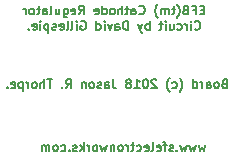
<source format=gbr>
G04 #@! TF.FileFunction,Legend,Bot*
%FSLAX46Y46*%
G04 Gerber Fmt 4.6, Leading zero omitted, Abs format (unit mm)*
G04 Created by KiCad (PCBNEW 4.0.7) date Monday, August 20, 2018 'AMt' 09:41:37 AM*
%MOMM*%
%LPD*%
G01*
G04 APERTURE LIST*
%ADD10C,0.100000*%
%ADD11C,0.187500*%
G04 APERTURE END LIST*
D10*
D11*
X162412284Y-92549286D02*
X162269427Y-93049286D01*
X162126570Y-92692143D01*
X161983713Y-93049286D01*
X161840856Y-92549286D01*
X161626570Y-92549286D02*
X161483713Y-93049286D01*
X161340856Y-92692143D01*
X161197999Y-93049286D01*
X161055142Y-92549286D01*
X160840856Y-92549286D02*
X160697999Y-93049286D01*
X160555142Y-92692143D01*
X160412285Y-93049286D01*
X160269428Y-92549286D01*
X159983714Y-92977857D02*
X159947999Y-93013571D01*
X159983714Y-93049286D01*
X160019428Y-93013571D01*
X159983714Y-92977857D01*
X159983714Y-93049286D01*
X159662285Y-93013571D02*
X159590856Y-93049286D01*
X159447999Y-93049286D01*
X159376571Y-93013571D01*
X159340856Y-92942143D01*
X159340856Y-92906429D01*
X159376571Y-92835000D01*
X159447999Y-92799286D01*
X159555142Y-92799286D01*
X159626571Y-92763571D01*
X159662285Y-92692143D01*
X159662285Y-92656429D01*
X159626571Y-92585000D01*
X159555142Y-92549286D01*
X159447999Y-92549286D01*
X159376571Y-92585000D01*
X159126570Y-92549286D02*
X158840856Y-92549286D01*
X159019428Y-93049286D02*
X159019428Y-92406429D01*
X158983713Y-92335000D01*
X158912285Y-92299286D01*
X158840856Y-92299286D01*
X158305142Y-93013571D02*
X158376571Y-93049286D01*
X158519428Y-93049286D01*
X158590857Y-93013571D01*
X158626571Y-92942143D01*
X158626571Y-92656429D01*
X158590857Y-92585000D01*
X158519428Y-92549286D01*
X158376571Y-92549286D01*
X158305142Y-92585000D01*
X158269428Y-92656429D01*
X158269428Y-92727857D01*
X158626571Y-92799286D01*
X157840857Y-93049286D02*
X157912285Y-93013571D01*
X157948000Y-92942143D01*
X157948000Y-92299286D01*
X157269428Y-93013571D02*
X157340857Y-93049286D01*
X157483714Y-93049286D01*
X157555143Y-93013571D01*
X157590857Y-92942143D01*
X157590857Y-92656429D01*
X157555143Y-92585000D01*
X157483714Y-92549286D01*
X157340857Y-92549286D01*
X157269428Y-92585000D01*
X157233714Y-92656429D01*
X157233714Y-92727857D01*
X157590857Y-92799286D01*
X156590857Y-93013571D02*
X156662286Y-93049286D01*
X156805143Y-93049286D01*
X156876571Y-93013571D01*
X156912286Y-92977857D01*
X156948000Y-92906429D01*
X156948000Y-92692143D01*
X156912286Y-92620714D01*
X156876571Y-92585000D01*
X156805143Y-92549286D01*
X156662286Y-92549286D01*
X156590857Y-92585000D01*
X156376571Y-92549286D02*
X156090857Y-92549286D01*
X156269429Y-92299286D02*
X156269429Y-92942143D01*
X156233714Y-93013571D01*
X156162286Y-93049286D01*
X156090857Y-93049286D01*
X155840858Y-93049286D02*
X155840858Y-92549286D01*
X155840858Y-92692143D02*
X155805143Y-92620714D01*
X155769429Y-92585000D01*
X155698000Y-92549286D01*
X155626572Y-92549286D01*
X155269429Y-93049286D02*
X155340857Y-93013571D01*
X155376572Y-92977857D01*
X155412286Y-92906429D01*
X155412286Y-92692143D01*
X155376572Y-92620714D01*
X155340857Y-92585000D01*
X155269429Y-92549286D01*
X155162286Y-92549286D01*
X155090857Y-92585000D01*
X155055143Y-92620714D01*
X155019429Y-92692143D01*
X155019429Y-92906429D01*
X155055143Y-92977857D01*
X155090857Y-93013571D01*
X155162286Y-93049286D01*
X155269429Y-93049286D01*
X154698001Y-92549286D02*
X154698001Y-93049286D01*
X154698001Y-92620714D02*
X154662286Y-92585000D01*
X154590858Y-92549286D01*
X154483715Y-92549286D01*
X154412286Y-92585000D01*
X154376572Y-92656429D01*
X154376572Y-93049286D01*
X154090858Y-92549286D02*
X153948001Y-93049286D01*
X153805144Y-92692143D01*
X153662287Y-93049286D01*
X153519430Y-92549286D01*
X153126573Y-93049286D02*
X153198001Y-93013571D01*
X153233716Y-92977857D01*
X153269430Y-92906429D01*
X153269430Y-92692143D01*
X153233716Y-92620714D01*
X153198001Y-92585000D01*
X153126573Y-92549286D01*
X153019430Y-92549286D01*
X152948001Y-92585000D01*
X152912287Y-92620714D01*
X152876573Y-92692143D01*
X152876573Y-92906429D01*
X152912287Y-92977857D01*
X152948001Y-93013571D01*
X153019430Y-93049286D01*
X153126573Y-93049286D01*
X152555145Y-93049286D02*
X152555145Y-92549286D01*
X152555145Y-92692143D02*
X152519430Y-92620714D01*
X152483716Y-92585000D01*
X152412287Y-92549286D01*
X152340859Y-92549286D01*
X152090859Y-93049286D02*
X152090859Y-92299286D01*
X152019430Y-92763571D02*
X151805144Y-93049286D01*
X151805144Y-92549286D02*
X152090859Y-92835000D01*
X151519430Y-93013571D02*
X151448001Y-93049286D01*
X151305144Y-93049286D01*
X151233716Y-93013571D01*
X151198001Y-92942143D01*
X151198001Y-92906429D01*
X151233716Y-92835000D01*
X151305144Y-92799286D01*
X151412287Y-92799286D01*
X151483716Y-92763571D01*
X151519430Y-92692143D01*
X151519430Y-92656429D01*
X151483716Y-92585000D01*
X151412287Y-92549286D01*
X151305144Y-92549286D01*
X151233716Y-92585000D01*
X150876573Y-92977857D02*
X150840858Y-93013571D01*
X150876573Y-93049286D01*
X150912287Y-93013571D01*
X150876573Y-92977857D01*
X150876573Y-93049286D01*
X150198001Y-93013571D02*
X150269430Y-93049286D01*
X150412287Y-93049286D01*
X150483715Y-93013571D01*
X150519430Y-92977857D01*
X150555144Y-92906429D01*
X150555144Y-92692143D01*
X150519430Y-92620714D01*
X150483715Y-92585000D01*
X150412287Y-92549286D01*
X150269430Y-92549286D01*
X150198001Y-92585000D01*
X149769430Y-93049286D02*
X149840858Y-93013571D01*
X149876573Y-92977857D01*
X149912287Y-92906429D01*
X149912287Y-92692143D01*
X149876573Y-92620714D01*
X149840858Y-92585000D01*
X149769430Y-92549286D01*
X149662287Y-92549286D01*
X149590858Y-92585000D01*
X149555144Y-92620714D01*
X149519430Y-92692143D01*
X149519430Y-92906429D01*
X149555144Y-92977857D01*
X149590858Y-93013571D01*
X149662287Y-93049286D01*
X149769430Y-93049286D01*
X149198002Y-93049286D02*
X149198002Y-92549286D01*
X149198002Y-92620714D02*
X149162287Y-92585000D01*
X149090859Y-92549286D01*
X148983716Y-92549286D01*
X148912287Y-92585000D01*
X148876573Y-92656429D01*
X148876573Y-93049286D01*
X148876573Y-92656429D02*
X148840859Y-92585000D01*
X148769430Y-92549286D01*
X148662287Y-92549286D01*
X148590859Y-92585000D01*
X148555144Y-92656429D01*
X148555144Y-93049286D01*
X164011429Y-87322429D02*
X163904286Y-87358143D01*
X163868571Y-87393857D01*
X163832857Y-87465286D01*
X163832857Y-87572429D01*
X163868571Y-87643857D01*
X163904286Y-87679571D01*
X163975714Y-87715286D01*
X164261429Y-87715286D01*
X164261429Y-86965286D01*
X164011429Y-86965286D01*
X163940000Y-87001000D01*
X163904286Y-87036714D01*
X163868571Y-87108143D01*
X163868571Y-87179571D01*
X163904286Y-87251000D01*
X163940000Y-87286714D01*
X164011429Y-87322429D01*
X164261429Y-87322429D01*
X163404286Y-87715286D02*
X163475714Y-87679571D01*
X163511429Y-87643857D01*
X163547143Y-87572429D01*
X163547143Y-87358143D01*
X163511429Y-87286714D01*
X163475714Y-87251000D01*
X163404286Y-87215286D01*
X163297143Y-87215286D01*
X163225714Y-87251000D01*
X163190000Y-87286714D01*
X163154286Y-87358143D01*
X163154286Y-87572429D01*
X163190000Y-87643857D01*
X163225714Y-87679571D01*
X163297143Y-87715286D01*
X163404286Y-87715286D01*
X162511429Y-87715286D02*
X162511429Y-87322429D01*
X162547143Y-87251000D01*
X162618572Y-87215286D01*
X162761429Y-87215286D01*
X162832858Y-87251000D01*
X162511429Y-87679571D02*
X162582858Y-87715286D01*
X162761429Y-87715286D01*
X162832858Y-87679571D01*
X162868572Y-87608143D01*
X162868572Y-87536714D01*
X162832858Y-87465286D01*
X162761429Y-87429571D01*
X162582858Y-87429571D01*
X162511429Y-87393857D01*
X162154287Y-87715286D02*
X162154287Y-87215286D01*
X162154287Y-87358143D02*
X162118572Y-87286714D01*
X162082858Y-87251000D01*
X162011429Y-87215286D01*
X161940001Y-87215286D01*
X161368572Y-87715286D02*
X161368572Y-86965286D01*
X161368572Y-87679571D02*
X161440001Y-87715286D01*
X161582858Y-87715286D01*
X161654286Y-87679571D01*
X161690001Y-87643857D01*
X161725715Y-87572429D01*
X161725715Y-87358143D01*
X161690001Y-87286714D01*
X161654286Y-87251000D01*
X161582858Y-87215286D01*
X161440001Y-87215286D01*
X161368572Y-87251000D01*
X160225715Y-88001000D02*
X160261429Y-87965286D01*
X160332858Y-87858143D01*
X160368572Y-87786714D01*
X160404286Y-87679571D01*
X160440001Y-87501000D01*
X160440001Y-87358143D01*
X160404286Y-87179571D01*
X160368572Y-87072429D01*
X160332858Y-87001000D01*
X160261429Y-86893857D01*
X160225715Y-86858143D01*
X159618572Y-87679571D02*
X159690001Y-87715286D01*
X159832858Y-87715286D01*
X159904286Y-87679571D01*
X159940001Y-87643857D01*
X159975715Y-87572429D01*
X159975715Y-87358143D01*
X159940001Y-87286714D01*
X159904286Y-87251000D01*
X159832858Y-87215286D01*
X159690001Y-87215286D01*
X159618572Y-87251000D01*
X159368572Y-88001000D02*
X159332858Y-87965286D01*
X159261429Y-87858143D01*
X159225715Y-87786714D01*
X159190001Y-87679571D01*
X159154286Y-87501000D01*
X159154286Y-87358143D01*
X159190001Y-87179571D01*
X159225715Y-87072429D01*
X159261429Y-87001000D01*
X159332858Y-86893857D01*
X159368572Y-86858143D01*
X158261429Y-87036714D02*
X158225715Y-87001000D01*
X158154286Y-86965286D01*
X157975715Y-86965286D01*
X157904286Y-87001000D01*
X157868572Y-87036714D01*
X157832857Y-87108143D01*
X157832857Y-87179571D01*
X157868572Y-87286714D01*
X158297143Y-87715286D01*
X157832857Y-87715286D01*
X157368571Y-86965286D02*
X157297143Y-86965286D01*
X157225714Y-87001000D01*
X157190000Y-87036714D01*
X157154286Y-87108143D01*
X157118571Y-87251000D01*
X157118571Y-87429571D01*
X157154286Y-87572429D01*
X157190000Y-87643857D01*
X157225714Y-87679571D01*
X157297143Y-87715286D01*
X157368571Y-87715286D01*
X157440000Y-87679571D01*
X157475714Y-87643857D01*
X157511429Y-87572429D01*
X157547143Y-87429571D01*
X157547143Y-87251000D01*
X157511429Y-87108143D01*
X157475714Y-87036714D01*
X157440000Y-87001000D01*
X157368571Y-86965286D01*
X156404285Y-87715286D02*
X156832857Y-87715286D01*
X156618571Y-87715286D02*
X156618571Y-86965286D01*
X156690000Y-87072429D01*
X156761428Y-87143857D01*
X156832857Y-87179571D01*
X155975714Y-87286714D02*
X156047142Y-87251000D01*
X156082857Y-87215286D01*
X156118571Y-87143857D01*
X156118571Y-87108143D01*
X156082857Y-87036714D01*
X156047142Y-87001000D01*
X155975714Y-86965286D01*
X155832857Y-86965286D01*
X155761428Y-87001000D01*
X155725714Y-87036714D01*
X155689999Y-87108143D01*
X155689999Y-87143857D01*
X155725714Y-87215286D01*
X155761428Y-87251000D01*
X155832857Y-87286714D01*
X155975714Y-87286714D01*
X156047142Y-87322429D01*
X156082857Y-87358143D01*
X156118571Y-87429571D01*
X156118571Y-87572429D01*
X156082857Y-87643857D01*
X156047142Y-87679571D01*
X155975714Y-87715286D01*
X155832857Y-87715286D01*
X155761428Y-87679571D01*
X155725714Y-87643857D01*
X155689999Y-87572429D01*
X155689999Y-87429571D01*
X155725714Y-87358143D01*
X155761428Y-87322429D01*
X155832857Y-87286714D01*
X154582856Y-86965286D02*
X154582856Y-87501000D01*
X154618570Y-87608143D01*
X154689999Y-87679571D01*
X154797142Y-87715286D01*
X154868570Y-87715286D01*
X153904284Y-87715286D02*
X153904284Y-87322429D01*
X153939998Y-87251000D01*
X154011427Y-87215286D01*
X154154284Y-87215286D01*
X154225713Y-87251000D01*
X153904284Y-87679571D02*
X153975713Y-87715286D01*
X154154284Y-87715286D01*
X154225713Y-87679571D01*
X154261427Y-87608143D01*
X154261427Y-87536714D01*
X154225713Y-87465286D01*
X154154284Y-87429571D01*
X153975713Y-87429571D01*
X153904284Y-87393857D01*
X153582856Y-87679571D02*
X153511427Y-87715286D01*
X153368570Y-87715286D01*
X153297142Y-87679571D01*
X153261427Y-87608143D01*
X153261427Y-87572429D01*
X153297142Y-87501000D01*
X153368570Y-87465286D01*
X153475713Y-87465286D01*
X153547142Y-87429571D01*
X153582856Y-87358143D01*
X153582856Y-87322429D01*
X153547142Y-87251000D01*
X153475713Y-87215286D01*
X153368570Y-87215286D01*
X153297142Y-87251000D01*
X152832856Y-87715286D02*
X152904284Y-87679571D01*
X152939999Y-87643857D01*
X152975713Y-87572429D01*
X152975713Y-87358143D01*
X152939999Y-87286714D01*
X152904284Y-87251000D01*
X152832856Y-87215286D01*
X152725713Y-87215286D01*
X152654284Y-87251000D01*
X152618570Y-87286714D01*
X152582856Y-87358143D01*
X152582856Y-87572429D01*
X152618570Y-87643857D01*
X152654284Y-87679571D01*
X152725713Y-87715286D01*
X152832856Y-87715286D01*
X152261428Y-87215286D02*
X152261428Y-87715286D01*
X152261428Y-87286714D02*
X152225713Y-87251000D01*
X152154285Y-87215286D01*
X152047142Y-87215286D01*
X151975713Y-87251000D01*
X151939999Y-87322429D01*
X151939999Y-87715286D01*
X150582856Y-87715286D02*
X150832856Y-87358143D01*
X151011428Y-87715286D02*
X151011428Y-86965286D01*
X150725713Y-86965286D01*
X150654285Y-87001000D01*
X150618570Y-87036714D01*
X150582856Y-87108143D01*
X150582856Y-87215286D01*
X150618570Y-87286714D01*
X150654285Y-87322429D01*
X150725713Y-87358143D01*
X151011428Y-87358143D01*
X150261428Y-87643857D02*
X150225713Y-87679571D01*
X150261428Y-87715286D01*
X150297142Y-87679571D01*
X150261428Y-87643857D01*
X150261428Y-87715286D01*
X149439998Y-86965286D02*
X149011427Y-86965286D01*
X149225713Y-87715286D02*
X149225713Y-86965286D01*
X148761427Y-87715286D02*
X148761427Y-86965286D01*
X148439998Y-87715286D02*
X148439998Y-87322429D01*
X148475712Y-87251000D01*
X148547141Y-87215286D01*
X148654284Y-87215286D01*
X148725712Y-87251000D01*
X148761427Y-87286714D01*
X147975713Y-87715286D02*
X148047141Y-87679571D01*
X148082856Y-87643857D01*
X148118570Y-87572429D01*
X148118570Y-87358143D01*
X148082856Y-87286714D01*
X148047141Y-87251000D01*
X147975713Y-87215286D01*
X147868570Y-87215286D01*
X147797141Y-87251000D01*
X147761427Y-87286714D01*
X147725713Y-87358143D01*
X147725713Y-87572429D01*
X147761427Y-87643857D01*
X147797141Y-87679571D01*
X147868570Y-87715286D01*
X147975713Y-87715286D01*
X147404285Y-87715286D02*
X147404285Y-87215286D01*
X147404285Y-87358143D02*
X147368570Y-87286714D01*
X147332856Y-87251000D01*
X147261427Y-87215286D01*
X147189999Y-87215286D01*
X146939999Y-87215286D02*
X146939999Y-87965286D01*
X146939999Y-87251000D02*
X146868570Y-87215286D01*
X146725713Y-87215286D01*
X146654284Y-87251000D01*
X146618570Y-87286714D01*
X146582856Y-87358143D01*
X146582856Y-87572429D01*
X146618570Y-87643857D01*
X146654284Y-87679571D01*
X146725713Y-87715286D01*
X146868570Y-87715286D01*
X146939999Y-87679571D01*
X145975713Y-87679571D02*
X146047142Y-87715286D01*
X146189999Y-87715286D01*
X146261428Y-87679571D01*
X146297142Y-87608143D01*
X146297142Y-87322429D01*
X146261428Y-87251000D01*
X146189999Y-87215286D01*
X146047142Y-87215286D01*
X145975713Y-87251000D01*
X145939999Y-87322429D01*
X145939999Y-87393857D01*
X146297142Y-87465286D01*
X145618571Y-87643857D02*
X145582856Y-87679571D01*
X145618571Y-87715286D01*
X145654285Y-87679571D01*
X145618571Y-87643857D01*
X145618571Y-87715286D01*
X162293141Y-81078179D02*
X162043141Y-81078179D01*
X161935998Y-81471036D02*
X162293141Y-81471036D01*
X162293141Y-80721036D01*
X161935998Y-80721036D01*
X161364570Y-81078179D02*
X161614570Y-81078179D01*
X161614570Y-81471036D02*
X161614570Y-80721036D01*
X161257427Y-80721036D01*
X160721713Y-81078179D02*
X160614570Y-81113893D01*
X160578855Y-81149607D01*
X160543141Y-81221036D01*
X160543141Y-81328179D01*
X160578855Y-81399607D01*
X160614570Y-81435321D01*
X160685998Y-81471036D01*
X160971713Y-81471036D01*
X160971713Y-80721036D01*
X160721713Y-80721036D01*
X160650284Y-80756750D01*
X160614570Y-80792464D01*
X160578855Y-80863893D01*
X160578855Y-80935321D01*
X160614570Y-81006750D01*
X160650284Y-81042464D01*
X160721713Y-81078179D01*
X160971713Y-81078179D01*
X160007427Y-81756750D02*
X160043141Y-81721036D01*
X160114570Y-81613893D01*
X160150284Y-81542464D01*
X160185998Y-81435321D01*
X160221713Y-81256750D01*
X160221713Y-81113893D01*
X160185998Y-80935321D01*
X160150284Y-80828179D01*
X160114570Y-80756750D01*
X160043141Y-80649607D01*
X160007427Y-80613893D01*
X159828855Y-80971036D02*
X159543141Y-80971036D01*
X159721713Y-80721036D02*
X159721713Y-81363893D01*
X159685998Y-81435321D01*
X159614570Y-81471036D01*
X159543141Y-81471036D01*
X159293142Y-81471036D02*
X159293142Y-80971036D01*
X159293142Y-81042464D02*
X159257427Y-81006750D01*
X159185999Y-80971036D01*
X159078856Y-80971036D01*
X159007427Y-81006750D01*
X158971713Y-81078179D01*
X158971713Y-81471036D01*
X158971713Y-81078179D02*
X158935999Y-81006750D01*
X158864570Y-80971036D01*
X158757427Y-80971036D01*
X158685999Y-81006750D01*
X158650284Y-81078179D01*
X158650284Y-81471036D01*
X158364570Y-81756750D02*
X158328856Y-81721036D01*
X158257427Y-81613893D01*
X158221713Y-81542464D01*
X158185999Y-81435321D01*
X158150284Y-81256750D01*
X158150284Y-81113893D01*
X158185999Y-80935321D01*
X158221713Y-80828179D01*
X158257427Y-80756750D01*
X158328856Y-80649607D01*
X158364570Y-80613893D01*
X156793141Y-81399607D02*
X156828855Y-81435321D01*
X156935998Y-81471036D01*
X157007427Y-81471036D01*
X157114570Y-81435321D01*
X157185998Y-81363893D01*
X157221713Y-81292464D01*
X157257427Y-81149607D01*
X157257427Y-81042464D01*
X157221713Y-80899607D01*
X157185998Y-80828179D01*
X157114570Y-80756750D01*
X157007427Y-80721036D01*
X156935998Y-80721036D01*
X156828855Y-80756750D01*
X156793141Y-80792464D01*
X156150284Y-81471036D02*
X156150284Y-81078179D01*
X156185998Y-81006750D01*
X156257427Y-80971036D01*
X156400284Y-80971036D01*
X156471713Y-81006750D01*
X156150284Y-81435321D02*
X156221713Y-81471036D01*
X156400284Y-81471036D01*
X156471713Y-81435321D01*
X156507427Y-81363893D01*
X156507427Y-81292464D01*
X156471713Y-81221036D01*
X156400284Y-81185321D01*
X156221713Y-81185321D01*
X156150284Y-81149607D01*
X155900284Y-80971036D02*
X155614570Y-80971036D01*
X155793142Y-80721036D02*
X155793142Y-81363893D01*
X155757427Y-81435321D01*
X155685999Y-81471036D01*
X155614570Y-81471036D01*
X155364571Y-81471036D02*
X155364571Y-80721036D01*
X155043142Y-81471036D02*
X155043142Y-81078179D01*
X155078856Y-81006750D01*
X155150285Y-80971036D01*
X155257428Y-80971036D01*
X155328856Y-81006750D01*
X155364571Y-81042464D01*
X154578857Y-81471036D02*
X154650285Y-81435321D01*
X154686000Y-81399607D01*
X154721714Y-81328179D01*
X154721714Y-81113893D01*
X154686000Y-81042464D01*
X154650285Y-81006750D01*
X154578857Y-80971036D01*
X154471714Y-80971036D01*
X154400285Y-81006750D01*
X154364571Y-81042464D01*
X154328857Y-81113893D01*
X154328857Y-81328179D01*
X154364571Y-81399607D01*
X154400285Y-81435321D01*
X154471714Y-81471036D01*
X154578857Y-81471036D01*
X153686000Y-81471036D02*
X153686000Y-80721036D01*
X153686000Y-81435321D02*
X153757429Y-81471036D01*
X153900286Y-81471036D01*
X153971714Y-81435321D01*
X154007429Y-81399607D01*
X154043143Y-81328179D01*
X154043143Y-81113893D01*
X154007429Y-81042464D01*
X153971714Y-81006750D01*
X153900286Y-80971036D01*
X153757429Y-80971036D01*
X153686000Y-81006750D01*
X153043143Y-81435321D02*
X153114572Y-81471036D01*
X153257429Y-81471036D01*
X153328858Y-81435321D01*
X153364572Y-81363893D01*
X153364572Y-81078179D01*
X153328858Y-81006750D01*
X153257429Y-80971036D01*
X153114572Y-80971036D01*
X153043143Y-81006750D01*
X153007429Y-81078179D01*
X153007429Y-81149607D01*
X153364572Y-81221036D01*
X151686000Y-81471036D02*
X151936000Y-81113893D01*
X152114572Y-81471036D02*
X152114572Y-80721036D01*
X151828857Y-80721036D01*
X151757429Y-80756750D01*
X151721714Y-80792464D01*
X151686000Y-80863893D01*
X151686000Y-80971036D01*
X151721714Y-81042464D01*
X151757429Y-81078179D01*
X151828857Y-81113893D01*
X152114572Y-81113893D01*
X151078857Y-81435321D02*
X151150286Y-81471036D01*
X151293143Y-81471036D01*
X151364572Y-81435321D01*
X151400286Y-81363893D01*
X151400286Y-81078179D01*
X151364572Y-81006750D01*
X151293143Y-80971036D01*
X151150286Y-80971036D01*
X151078857Y-81006750D01*
X151043143Y-81078179D01*
X151043143Y-81149607D01*
X151400286Y-81221036D01*
X150400286Y-80971036D02*
X150400286Y-81578179D01*
X150436000Y-81649607D01*
X150471715Y-81685321D01*
X150543143Y-81721036D01*
X150650286Y-81721036D01*
X150721715Y-81685321D01*
X150400286Y-81435321D02*
X150471715Y-81471036D01*
X150614572Y-81471036D01*
X150686000Y-81435321D01*
X150721715Y-81399607D01*
X150757429Y-81328179D01*
X150757429Y-81113893D01*
X150721715Y-81042464D01*
X150686000Y-81006750D01*
X150614572Y-80971036D01*
X150471715Y-80971036D01*
X150400286Y-81006750D01*
X149721715Y-80971036D02*
X149721715Y-81471036D01*
X150043144Y-80971036D02*
X150043144Y-81363893D01*
X150007429Y-81435321D01*
X149936001Y-81471036D01*
X149828858Y-81471036D01*
X149757429Y-81435321D01*
X149721715Y-81399607D01*
X149257430Y-81471036D02*
X149328858Y-81435321D01*
X149364573Y-81363893D01*
X149364573Y-80721036D01*
X148650287Y-81471036D02*
X148650287Y-81078179D01*
X148686001Y-81006750D01*
X148757430Y-80971036D01*
X148900287Y-80971036D01*
X148971716Y-81006750D01*
X148650287Y-81435321D02*
X148721716Y-81471036D01*
X148900287Y-81471036D01*
X148971716Y-81435321D01*
X149007430Y-81363893D01*
X149007430Y-81292464D01*
X148971716Y-81221036D01*
X148900287Y-81185321D01*
X148721716Y-81185321D01*
X148650287Y-81149607D01*
X148400287Y-80971036D02*
X148114573Y-80971036D01*
X148293145Y-80721036D02*
X148293145Y-81363893D01*
X148257430Y-81435321D01*
X148186002Y-81471036D01*
X148114573Y-81471036D01*
X147757431Y-81471036D02*
X147828859Y-81435321D01*
X147864574Y-81399607D01*
X147900288Y-81328179D01*
X147900288Y-81113893D01*
X147864574Y-81042464D01*
X147828859Y-81006750D01*
X147757431Y-80971036D01*
X147650288Y-80971036D01*
X147578859Y-81006750D01*
X147543145Y-81042464D01*
X147507431Y-81113893D01*
X147507431Y-81328179D01*
X147543145Y-81399607D01*
X147578859Y-81435321D01*
X147650288Y-81471036D01*
X147757431Y-81471036D01*
X147186003Y-81471036D02*
X147186003Y-80971036D01*
X147186003Y-81113893D02*
X147150288Y-81042464D01*
X147114574Y-81006750D01*
X147043145Y-80971036D01*
X146971717Y-80971036D01*
X161507428Y-82712107D02*
X161543142Y-82747821D01*
X161650285Y-82783536D01*
X161721714Y-82783536D01*
X161828857Y-82747821D01*
X161900285Y-82676393D01*
X161936000Y-82604964D01*
X161971714Y-82462107D01*
X161971714Y-82354964D01*
X161936000Y-82212107D01*
X161900285Y-82140679D01*
X161828857Y-82069250D01*
X161721714Y-82033536D01*
X161650285Y-82033536D01*
X161543142Y-82069250D01*
X161507428Y-82104964D01*
X161186000Y-82783536D02*
X161186000Y-82283536D01*
X161186000Y-82033536D02*
X161221714Y-82069250D01*
X161186000Y-82104964D01*
X161150285Y-82069250D01*
X161186000Y-82033536D01*
X161186000Y-82104964D01*
X160828857Y-82783536D02*
X160828857Y-82283536D01*
X160828857Y-82426393D02*
X160793142Y-82354964D01*
X160757428Y-82319250D01*
X160685999Y-82283536D01*
X160614571Y-82283536D01*
X160043142Y-82747821D02*
X160114571Y-82783536D01*
X160257428Y-82783536D01*
X160328856Y-82747821D01*
X160364571Y-82712107D01*
X160400285Y-82640679D01*
X160400285Y-82426393D01*
X160364571Y-82354964D01*
X160328856Y-82319250D01*
X160257428Y-82283536D01*
X160114571Y-82283536D01*
X160043142Y-82319250D01*
X159400285Y-82283536D02*
X159400285Y-82783536D01*
X159721714Y-82283536D02*
X159721714Y-82676393D01*
X159685999Y-82747821D01*
X159614571Y-82783536D01*
X159507428Y-82783536D01*
X159435999Y-82747821D01*
X159400285Y-82712107D01*
X159043143Y-82783536D02*
X159043143Y-82283536D01*
X159043143Y-82033536D02*
X159078857Y-82069250D01*
X159043143Y-82104964D01*
X159007428Y-82069250D01*
X159043143Y-82033536D01*
X159043143Y-82104964D01*
X158793142Y-82283536D02*
X158507428Y-82283536D01*
X158686000Y-82033536D02*
X158686000Y-82676393D01*
X158650285Y-82747821D01*
X158578857Y-82783536D01*
X158507428Y-82783536D01*
X157686000Y-82783536D02*
X157686000Y-82033536D01*
X157686000Y-82319250D02*
X157614571Y-82283536D01*
X157471714Y-82283536D01*
X157400285Y-82319250D01*
X157364571Y-82354964D01*
X157328857Y-82426393D01*
X157328857Y-82640679D01*
X157364571Y-82712107D01*
X157400285Y-82747821D01*
X157471714Y-82783536D01*
X157614571Y-82783536D01*
X157686000Y-82747821D01*
X157078857Y-82283536D02*
X156900286Y-82783536D01*
X156721714Y-82283536D02*
X156900286Y-82783536D01*
X156971714Y-82962107D01*
X157007429Y-82997821D01*
X157078857Y-83033536D01*
X155864571Y-82783536D02*
X155864571Y-82033536D01*
X155685999Y-82033536D01*
X155578856Y-82069250D01*
X155507428Y-82140679D01*
X155471713Y-82212107D01*
X155435999Y-82354964D01*
X155435999Y-82462107D01*
X155471713Y-82604964D01*
X155507428Y-82676393D01*
X155578856Y-82747821D01*
X155685999Y-82783536D01*
X155864571Y-82783536D01*
X154793142Y-82783536D02*
X154793142Y-82390679D01*
X154828856Y-82319250D01*
X154900285Y-82283536D01*
X155043142Y-82283536D01*
X155114571Y-82319250D01*
X154793142Y-82747821D02*
X154864571Y-82783536D01*
X155043142Y-82783536D01*
X155114571Y-82747821D01*
X155150285Y-82676393D01*
X155150285Y-82604964D01*
X155114571Y-82533536D01*
X155043142Y-82497821D01*
X154864571Y-82497821D01*
X154793142Y-82462107D01*
X154507428Y-82283536D02*
X154328857Y-82783536D01*
X154150285Y-82283536D01*
X153864571Y-82783536D02*
X153864571Y-82283536D01*
X153864571Y-82033536D02*
X153900285Y-82069250D01*
X153864571Y-82104964D01*
X153828856Y-82069250D01*
X153864571Y-82033536D01*
X153864571Y-82104964D01*
X153185999Y-82783536D02*
X153185999Y-82033536D01*
X153185999Y-82747821D02*
X153257428Y-82783536D01*
X153400285Y-82783536D01*
X153471713Y-82747821D01*
X153507428Y-82712107D01*
X153543142Y-82640679D01*
X153543142Y-82426393D01*
X153507428Y-82354964D01*
X153471713Y-82319250D01*
X153400285Y-82283536D01*
X153257428Y-82283536D01*
X153185999Y-82319250D01*
X151864570Y-82069250D02*
X151935999Y-82033536D01*
X152043142Y-82033536D01*
X152150285Y-82069250D01*
X152221713Y-82140679D01*
X152257428Y-82212107D01*
X152293142Y-82354964D01*
X152293142Y-82462107D01*
X152257428Y-82604964D01*
X152221713Y-82676393D01*
X152150285Y-82747821D01*
X152043142Y-82783536D01*
X151971713Y-82783536D01*
X151864570Y-82747821D01*
X151828856Y-82712107D01*
X151828856Y-82462107D01*
X151971713Y-82462107D01*
X151507428Y-82783536D02*
X151507428Y-82283536D01*
X151507428Y-82033536D02*
X151543142Y-82069250D01*
X151507428Y-82104964D01*
X151471713Y-82069250D01*
X151507428Y-82033536D01*
X151507428Y-82104964D01*
X151043142Y-82783536D02*
X151114570Y-82747821D01*
X151150285Y-82676393D01*
X151150285Y-82033536D01*
X150650285Y-82783536D02*
X150721713Y-82747821D01*
X150757428Y-82676393D01*
X150757428Y-82033536D01*
X150078856Y-82747821D02*
X150150285Y-82783536D01*
X150293142Y-82783536D01*
X150364571Y-82747821D01*
X150400285Y-82676393D01*
X150400285Y-82390679D01*
X150364571Y-82319250D01*
X150293142Y-82283536D01*
X150150285Y-82283536D01*
X150078856Y-82319250D01*
X150043142Y-82390679D01*
X150043142Y-82462107D01*
X150400285Y-82533536D01*
X149757428Y-82747821D02*
X149685999Y-82783536D01*
X149543142Y-82783536D01*
X149471714Y-82747821D01*
X149435999Y-82676393D01*
X149435999Y-82640679D01*
X149471714Y-82569250D01*
X149543142Y-82533536D01*
X149650285Y-82533536D01*
X149721714Y-82497821D01*
X149757428Y-82426393D01*
X149757428Y-82390679D01*
X149721714Y-82319250D01*
X149650285Y-82283536D01*
X149543142Y-82283536D01*
X149471714Y-82319250D01*
X149114571Y-82283536D02*
X149114571Y-83033536D01*
X149114571Y-82319250D02*
X149043142Y-82283536D01*
X148900285Y-82283536D01*
X148828856Y-82319250D01*
X148793142Y-82354964D01*
X148757428Y-82426393D01*
X148757428Y-82640679D01*
X148793142Y-82712107D01*
X148828856Y-82747821D01*
X148900285Y-82783536D01*
X149043142Y-82783536D01*
X149114571Y-82747821D01*
X148436000Y-82783536D02*
X148436000Y-82283536D01*
X148436000Y-82033536D02*
X148471714Y-82069250D01*
X148436000Y-82104964D01*
X148400285Y-82069250D01*
X148436000Y-82033536D01*
X148436000Y-82104964D01*
X147793142Y-82747821D02*
X147864571Y-82783536D01*
X148007428Y-82783536D01*
X148078857Y-82747821D01*
X148114571Y-82676393D01*
X148114571Y-82390679D01*
X148078857Y-82319250D01*
X148007428Y-82283536D01*
X147864571Y-82283536D01*
X147793142Y-82319250D01*
X147757428Y-82390679D01*
X147757428Y-82462107D01*
X148114571Y-82533536D01*
X147436000Y-82712107D02*
X147400285Y-82747821D01*
X147436000Y-82783536D01*
X147471714Y-82747821D01*
X147436000Y-82712107D01*
X147436000Y-82783536D01*
M02*

</source>
